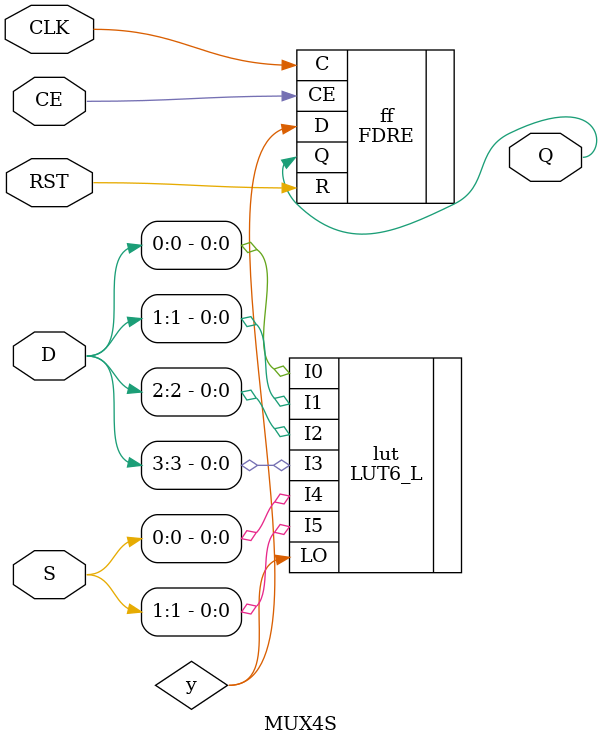
<source format=v>
module MUX4S(D, S, Q, CE, CLK, RST);
    input [3:0] D;	// data inputs
    input [1:0] S;	// select
    output Q;			// data output
	 input CE;			// clock enable
	 input CLK;			// master clock
	 input RST;			// synchronous reset
// internal signals
wire y;	// outputs of LUTs and multiplexer
// internal logic - use LUT local outputs and MUX local inputs
LUT6_L #(.INIT(64'hFF00F0F0CCCCAAAA)) lut (.I0(D[0]), .I1(D[1]), .I2(D[2]), .I3(D[3]), .I4(S[0]), .I5(S[1]), .LO(y));
FDRE ff (.D(y), .C(CLK), .CE(CE), .R(RST), .Q(Q));
endmodule

</source>
